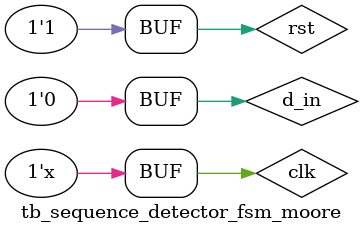
<source format=v>
 `timescale 1ns / 1ps

module tb_sequence_detector_fsm_moore;
    
    reg d_in;
    reg clk;
    reg rst;
    wire d_out;
    
    // Instantiate the sequence detector FSM (Moore)
    sequence_detector_fsm_moore uut (
        .d_in(d_in),
        .clk(clk),
        .rst(rst),
        .d_out(d_out)
    );
    
    // Clock generation
    always begin
        #5 clk = ~clk;
    end
    
    // Reset generation
    initial begin
        rst = 1;
        clk = 0;
        #10 rst = 0;
        #5  d_in = 1;
        #10 d_in = 0;
        #10 d_in = 1;
        #10 d_in = 1;
        #10 d_in = 0;
        #10 d_in = 1;
        #10 d_in = 1;
        #10 d_in = 0;
        #10 d_in = 0;
        #10 d_in = 0;
        #10 d_in = 1;
        #10 d_in = 1;
        #10 d_in = 0;
        #10 d_in = 1;
        #10 d_in = 1;
        #10 d_in = 0;
        #10 d_in = 1;
        #10 d_in = 0;
        #10 d_in = 0;
        rst = 1 ;
        #20;
        
        
    end
    
endmodule

</source>
